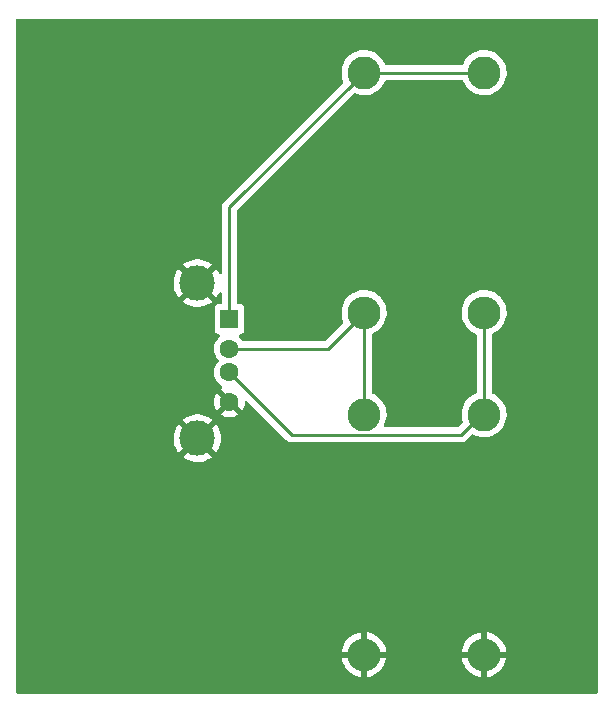
<source format=gbr>
%TF.GenerationSoftware,KiCad,Pcbnew,(6.0.7-1)-1*%
%TF.CreationDate,2022-09-01T10:05:59+09:00*%
%TF.ProjectId,Battery,42617474-6572-4792-9e6b-696361645f70,rev?*%
%TF.SameCoordinates,Original*%
%TF.FileFunction,Copper,L1,Top*%
%TF.FilePolarity,Positive*%
%FSLAX46Y46*%
G04 Gerber Fmt 4.6, Leading zero omitted, Abs format (unit mm)*
G04 Created by KiCad (PCBNEW (6.0.7-1)-1) date 2022-09-01 10:05:59*
%MOMM*%
%LPD*%
G01*
G04 APERTURE LIST*
%TA.AperFunction,ComponentPad*%
%ADD10C,2.800000*%
%TD*%
%TA.AperFunction,ComponentPad*%
%ADD11O,2.800000X2.800000*%
%TD*%
%TA.AperFunction,ComponentPad*%
%ADD12R,1.500000X1.600000*%
%TD*%
%TA.AperFunction,ComponentPad*%
%ADD13C,1.600000*%
%TD*%
%TA.AperFunction,ComponentPad*%
%ADD14C,3.000000*%
%TD*%
%TA.AperFunction,Conductor*%
%ADD15C,0.250000*%
%TD*%
G04 APERTURE END LIST*
D10*
%TO.P,R4,1*%
%TO.N,Net-(J1-Pad3)*%
X189992000Y-118618000D03*
D11*
%TO.P,R4,2*%
%TO.N,GND*%
X189992000Y-138938000D03*
%TD*%
D10*
%TO.P,R3,1*%
%TO.N,+5VP*%
X189992000Y-89662000D03*
D11*
%TO.P,R3,2*%
%TO.N,Net-(J1-Pad3)*%
X189992000Y-109982000D03*
%TD*%
D10*
%TO.P,R2,1*%
%TO.N,Net-(J1-Pad2)*%
X179832000Y-118618000D03*
D11*
%TO.P,R2,2*%
%TO.N,GND*%
X179832000Y-138938000D03*
%TD*%
D10*
%TO.P,R1,1*%
%TO.N,+5VP*%
X179832000Y-89662000D03*
D11*
%TO.P,R1,2*%
%TO.N,Net-(J1-Pad2)*%
X179832000Y-109982000D03*
%TD*%
D12*
%TO.P,J1,1,VBUS*%
%TO.N,+5VP*%
X168428000Y-110546000D03*
D13*
%TO.P,J1,2,D-*%
%TO.N,Net-(J1-Pad2)*%
X168428000Y-113046000D03*
%TO.P,J1,3,D+*%
%TO.N,Net-(J1-Pad3)*%
X168428000Y-115046000D03*
%TO.P,J1,4,GND*%
%TO.N,GND*%
X168428000Y-117546000D03*
D14*
%TO.P,J1,5,Shield*%
X165718000Y-120616000D03*
X165718000Y-107476000D03*
%TD*%
D15*
%TO.N,+5VP*%
X179832000Y-89662000D02*
X189992000Y-89662000D01*
%TO.N,GND*%
X179832000Y-138938000D02*
X189992000Y-138938000D01*
%TO.N,Net-(J1-Pad3)*%
X168428000Y-115046000D02*
X173725000Y-120343000D01*
X173725000Y-120343000D02*
X188013000Y-120343000D01*
X188013000Y-120343000D02*
X189992000Y-118364000D01*
%TO.N,Net-(J1-Pad2)*%
X168428000Y-113046000D02*
X176768000Y-113046000D01*
X176768000Y-113046000D02*
X179832000Y-109982000D01*
X179832000Y-118618000D02*
X179832000Y-109982000D01*
%TO.N,Net-(J1-Pad3)*%
X189992000Y-118364000D02*
X189992000Y-109982000D01*
%TO.N,+5VP*%
X168428000Y-110546000D02*
X168428000Y-101066000D01*
X168428000Y-101066000D02*
X179832000Y-89662000D01*
%TD*%
%TA.AperFunction,Conductor*%
%TO.N,GND*%
G36*
X199585621Y-85110502D02*
G01*
X199632114Y-85164158D01*
X199643500Y-85216500D01*
X199643500Y-142113500D01*
X199623498Y-142181621D01*
X199569842Y-142228114D01*
X199517500Y-142239500D01*
X150494500Y-142239500D01*
X150426379Y-142219498D01*
X150379886Y-142165842D01*
X150368500Y-142113500D01*
X150368500Y-139211018D01*
X177942204Y-139211018D01*
X177978422Y-139409332D01*
X177980631Y-139417934D01*
X178063324Y-139665796D01*
X178066728Y-139674014D01*
X178183520Y-139907752D01*
X178188038Y-139915391D01*
X178336604Y-140130348D01*
X178342157Y-140137279D01*
X178519532Y-140329163D01*
X178525995Y-140335231D01*
X178728631Y-140500203D01*
X178735907Y-140505317D01*
X178959756Y-140640085D01*
X178967670Y-140644118D01*
X179208286Y-140746006D01*
X179216691Y-140748883D01*
X179469266Y-140815853D01*
X179477978Y-140817515D01*
X179560012Y-140827224D01*
X179574431Y-140824782D01*
X179578000Y-140812040D01*
X179578000Y-140811956D01*
X180086000Y-140811956D01*
X180089838Y-140825028D01*
X180104571Y-140826980D01*
X180274162Y-140798752D01*
X180282796Y-140796679D01*
X180531930Y-140717888D01*
X180540192Y-140714617D01*
X180775731Y-140601513D01*
X180783455Y-140597107D01*
X181000712Y-140451941D01*
X181007733Y-140446494D01*
X181202364Y-140272167D01*
X181208549Y-140265786D01*
X181376686Y-140065763D01*
X181381905Y-140058580D01*
X181520171Y-139836876D01*
X181524333Y-139829017D01*
X181629988Y-139590030D01*
X181632994Y-139581680D01*
X181703921Y-139330192D01*
X181705722Y-139321498D01*
X181720561Y-139211018D01*
X188102204Y-139211018D01*
X188138422Y-139409332D01*
X188140631Y-139417934D01*
X188223324Y-139665796D01*
X188226728Y-139674014D01*
X188343520Y-139907752D01*
X188348038Y-139915391D01*
X188496604Y-140130348D01*
X188502157Y-140137279D01*
X188679532Y-140329163D01*
X188685995Y-140335231D01*
X188888631Y-140500203D01*
X188895907Y-140505317D01*
X189119756Y-140640085D01*
X189127670Y-140644118D01*
X189368286Y-140746006D01*
X189376691Y-140748883D01*
X189629266Y-140815853D01*
X189637978Y-140817515D01*
X189720012Y-140827224D01*
X189734431Y-140824782D01*
X189738000Y-140812040D01*
X189738000Y-140811956D01*
X190246000Y-140811956D01*
X190249838Y-140825028D01*
X190264571Y-140826980D01*
X190434162Y-140798752D01*
X190442796Y-140796679D01*
X190691930Y-140717888D01*
X190700192Y-140714617D01*
X190935731Y-140601513D01*
X190943455Y-140597107D01*
X191160712Y-140451941D01*
X191167733Y-140446494D01*
X191362364Y-140272167D01*
X191368549Y-140265786D01*
X191536686Y-140065763D01*
X191541905Y-140058580D01*
X191680171Y-139836876D01*
X191684333Y-139829017D01*
X191789988Y-139590030D01*
X191792994Y-139581680D01*
X191863921Y-139330192D01*
X191865722Y-139321498D01*
X191880704Y-139209955D01*
X191878538Y-139195821D01*
X191865298Y-139192000D01*
X190264115Y-139192000D01*
X190248876Y-139196475D01*
X190247671Y-139197865D01*
X190246000Y-139205548D01*
X190246000Y-140811956D01*
X189738000Y-140811956D01*
X189738000Y-139210115D01*
X189733525Y-139194876D01*
X189732135Y-139193671D01*
X189724452Y-139192000D01*
X188116846Y-139192000D01*
X188104106Y-139195741D01*
X188102204Y-139211018D01*
X181720561Y-139211018D01*
X181720704Y-139209955D01*
X181718538Y-139195821D01*
X181705298Y-139192000D01*
X180104115Y-139192000D01*
X180088876Y-139196475D01*
X180087671Y-139197865D01*
X180086000Y-139205548D01*
X180086000Y-140811956D01*
X179578000Y-140811956D01*
X179578000Y-139210115D01*
X179573525Y-139194876D01*
X179572135Y-139193671D01*
X179564452Y-139192000D01*
X177956846Y-139192000D01*
X177944106Y-139195741D01*
X177942204Y-139211018D01*
X150368500Y-139211018D01*
X150368500Y-138665977D01*
X177941785Y-138665977D01*
X177944513Y-138680676D01*
X177956748Y-138684000D01*
X179559885Y-138684000D01*
X179575124Y-138679525D01*
X179576329Y-138678135D01*
X179578000Y-138670452D01*
X179578000Y-138665885D01*
X180086000Y-138665885D01*
X180090475Y-138681124D01*
X180091865Y-138682329D01*
X180099548Y-138684000D01*
X181708775Y-138684000D01*
X181723718Y-138679612D01*
X181725587Y-138669272D01*
X181725118Y-138665977D01*
X188101785Y-138665977D01*
X188104513Y-138680676D01*
X188116748Y-138684000D01*
X189719885Y-138684000D01*
X189735124Y-138679525D01*
X189736329Y-138678135D01*
X189738000Y-138670452D01*
X189738000Y-138665885D01*
X190246000Y-138665885D01*
X190250475Y-138681124D01*
X190251865Y-138682329D01*
X190259548Y-138684000D01*
X191868775Y-138684000D01*
X191883718Y-138679612D01*
X191885587Y-138669272D01*
X191884855Y-138664126D01*
X191829858Y-138408677D01*
X191827379Y-138400144D01*
X191736941Y-138155002D01*
X191733286Y-138146907D01*
X191609206Y-137916947D01*
X191604447Y-137909449D01*
X191449214Y-137699280D01*
X191443429Y-137692506D01*
X191260137Y-137506313D01*
X191253460Y-137500426D01*
X191045751Y-137341908D01*
X191038322Y-137337028D01*
X190810353Y-137209359D01*
X190802303Y-137205571D01*
X190558617Y-137111295D01*
X190550127Y-137108683D01*
X190295578Y-137049683D01*
X190286801Y-137048293D01*
X190264049Y-137046322D01*
X190249086Y-137049343D01*
X190246000Y-137061065D01*
X190246000Y-138665885D01*
X189738000Y-138665885D01*
X189738000Y-137061160D01*
X189734359Y-137048759D01*
X189718540Y-137046916D01*
X189491607Y-137092055D01*
X189483050Y-137094396D01*
X189236496Y-137180980D01*
X189228362Y-137184500D01*
X188996477Y-137304955D01*
X188988905Y-137309594D01*
X188776309Y-137461517D01*
X188769468Y-137467177D01*
X188580400Y-137647540D01*
X188574422Y-137654109D01*
X188412655Y-137859309D01*
X188407662Y-137866657D01*
X188276420Y-138092605D01*
X188272516Y-138100575D01*
X188174420Y-138342763D01*
X188171676Y-138351207D01*
X188108684Y-138604798D01*
X188107156Y-138613552D01*
X188101785Y-138665977D01*
X181725118Y-138665977D01*
X181724855Y-138664126D01*
X181669858Y-138408677D01*
X181667379Y-138400144D01*
X181576941Y-138155002D01*
X181573286Y-138146907D01*
X181449206Y-137916947D01*
X181444447Y-137909449D01*
X181289214Y-137699280D01*
X181283429Y-137692506D01*
X181100137Y-137506313D01*
X181093460Y-137500426D01*
X180885751Y-137341908D01*
X180878322Y-137337028D01*
X180650353Y-137209359D01*
X180642303Y-137205571D01*
X180398617Y-137111295D01*
X180390127Y-137108683D01*
X180135578Y-137049683D01*
X180126801Y-137048293D01*
X180104049Y-137046322D01*
X180089086Y-137049343D01*
X180086000Y-137061065D01*
X180086000Y-138665885D01*
X179578000Y-138665885D01*
X179578000Y-137061160D01*
X179574359Y-137048759D01*
X179558540Y-137046916D01*
X179331607Y-137092055D01*
X179323050Y-137094396D01*
X179076496Y-137180980D01*
X179068362Y-137184500D01*
X178836477Y-137304955D01*
X178828905Y-137309594D01*
X178616309Y-137461517D01*
X178609468Y-137467177D01*
X178420400Y-137647540D01*
X178414422Y-137654109D01*
X178252655Y-137859309D01*
X178247662Y-137866657D01*
X178116420Y-138092605D01*
X178112516Y-138100575D01*
X178014420Y-138342763D01*
X178011676Y-138351207D01*
X177948684Y-138604798D01*
X177947156Y-138613552D01*
X177941785Y-138665977D01*
X150368500Y-138665977D01*
X150368500Y-122205654D01*
X164493618Y-122205654D01*
X164500673Y-122215627D01*
X164531679Y-122241551D01*
X164538598Y-122246579D01*
X164763272Y-122387515D01*
X164770807Y-122391556D01*
X165012520Y-122500694D01*
X165020551Y-122503680D01*
X165274832Y-122579002D01*
X165283184Y-122580869D01*
X165545340Y-122620984D01*
X165553874Y-122621700D01*
X165819045Y-122625867D01*
X165827596Y-122625418D01*
X166090883Y-122593557D01*
X166099284Y-122591955D01*
X166355824Y-122524653D01*
X166363926Y-122521926D01*
X166608949Y-122420434D01*
X166616617Y-122416628D01*
X166845598Y-122282822D01*
X166852679Y-122278009D01*
X166932655Y-122215301D01*
X166941125Y-122203442D01*
X166934608Y-122191818D01*
X165730812Y-120988022D01*
X165716868Y-120980408D01*
X165715035Y-120980539D01*
X165708420Y-120984790D01*
X164500910Y-122192300D01*
X164493618Y-122205654D01*
X150368500Y-122205654D01*
X150368500Y-120599204D01*
X163705665Y-120599204D01*
X163720932Y-120863969D01*
X163722005Y-120872470D01*
X163773065Y-121132722D01*
X163775276Y-121140974D01*
X163861184Y-121391894D01*
X163864499Y-121399779D01*
X163983664Y-121636713D01*
X163988020Y-121644079D01*
X164117347Y-121832250D01*
X164127601Y-121840594D01*
X164141342Y-121833448D01*
X165345978Y-120628812D01*
X165352356Y-120617132D01*
X166082408Y-120617132D01*
X166082539Y-120618965D01*
X166086790Y-120625580D01*
X167293730Y-121832520D01*
X167305939Y-121839187D01*
X167317439Y-121830497D01*
X167414831Y-121697913D01*
X167419418Y-121690685D01*
X167545962Y-121457621D01*
X167549530Y-121449827D01*
X167643271Y-121201750D01*
X167645748Y-121193544D01*
X167704954Y-120935038D01*
X167706294Y-120926577D01*
X167730031Y-120660616D01*
X167730277Y-120655677D01*
X167730666Y-120618485D01*
X167730523Y-120613519D01*
X167712362Y-120347123D01*
X167711201Y-120338649D01*
X167657419Y-120078944D01*
X167655120Y-120070709D01*
X167566588Y-119820705D01*
X167563191Y-119812854D01*
X167441550Y-119577178D01*
X167437122Y-119569866D01*
X167318031Y-119400417D01*
X167307509Y-119392037D01*
X167294121Y-119399089D01*
X166090022Y-120603188D01*
X166082408Y-120617132D01*
X165352356Y-120617132D01*
X165353592Y-120614868D01*
X165353461Y-120613035D01*
X165349210Y-120606420D01*
X164141814Y-119399024D01*
X164129804Y-119392466D01*
X164118064Y-119401434D01*
X164009935Y-119551911D01*
X164005418Y-119559196D01*
X163881325Y-119793567D01*
X163877839Y-119801395D01*
X163786700Y-120050446D01*
X163784311Y-120058670D01*
X163727812Y-120317795D01*
X163726563Y-120326250D01*
X163705754Y-120590653D01*
X163705665Y-120599204D01*
X150368500Y-120599204D01*
X150368500Y-119028500D01*
X164494584Y-119028500D01*
X164500980Y-119039770D01*
X165705188Y-120243978D01*
X165719132Y-120251592D01*
X165720965Y-120251461D01*
X165727580Y-120247210D01*
X166934604Y-119040186D01*
X166941795Y-119027017D01*
X166934473Y-119016780D01*
X166887233Y-118978115D01*
X166880261Y-118973160D01*
X166654122Y-118834582D01*
X166646552Y-118830624D01*
X166403704Y-118724022D01*
X166395644Y-118721120D01*
X166140592Y-118648467D01*
X166132214Y-118646685D01*
X166029466Y-118632062D01*
X167706493Y-118632062D01*
X167715789Y-118644077D01*
X167766994Y-118679931D01*
X167776489Y-118685414D01*
X167973947Y-118777490D01*
X167984239Y-118781236D01*
X168194688Y-118837625D01*
X168205481Y-118839528D01*
X168422525Y-118858517D01*
X168433475Y-118858517D01*
X168650519Y-118839528D01*
X168661312Y-118837625D01*
X168871761Y-118781236D01*
X168882053Y-118777490D01*
X169079511Y-118685414D01*
X169089006Y-118679931D01*
X169141048Y-118643491D01*
X169149424Y-118633012D01*
X169142356Y-118619566D01*
X168440812Y-117918022D01*
X168426868Y-117910408D01*
X168425035Y-117910539D01*
X168418420Y-117914790D01*
X167712923Y-118620287D01*
X167706493Y-118632062D01*
X166029466Y-118632062D01*
X165869656Y-118609318D01*
X165861111Y-118608691D01*
X165595908Y-118607302D01*
X165587374Y-118607839D01*
X165324433Y-118642456D01*
X165316035Y-118644149D01*
X165060238Y-118714127D01*
X165052143Y-118716946D01*
X164808199Y-118820997D01*
X164800577Y-118824881D01*
X164573013Y-118961075D01*
X164565981Y-118965962D01*
X164503053Y-119016377D01*
X164494584Y-119028500D01*
X150368500Y-119028500D01*
X150368500Y-117551475D01*
X167115483Y-117551475D01*
X167134472Y-117768519D01*
X167136375Y-117779312D01*
X167192764Y-117989761D01*
X167196510Y-118000053D01*
X167288586Y-118197511D01*
X167294069Y-118207006D01*
X167330509Y-118259048D01*
X167340988Y-118267424D01*
X167354434Y-118260356D01*
X168055978Y-117558812D01*
X168063592Y-117544868D01*
X168063461Y-117543035D01*
X168059210Y-117536420D01*
X167353713Y-116830923D01*
X167341938Y-116824493D01*
X167329923Y-116833789D01*
X167294069Y-116884994D01*
X167288586Y-116894489D01*
X167196510Y-117091947D01*
X167192764Y-117102239D01*
X167136375Y-117312688D01*
X167134472Y-117323481D01*
X167115483Y-117540525D01*
X167115483Y-117551475D01*
X150368500Y-117551475D01*
X150368500Y-109065654D01*
X164493618Y-109065654D01*
X164500673Y-109075627D01*
X164531679Y-109101551D01*
X164538598Y-109106579D01*
X164763272Y-109247515D01*
X164770807Y-109251556D01*
X165012520Y-109360694D01*
X165020551Y-109363680D01*
X165274832Y-109439002D01*
X165283184Y-109440869D01*
X165545340Y-109480984D01*
X165553874Y-109481700D01*
X165819045Y-109485867D01*
X165827596Y-109485418D01*
X166090883Y-109453557D01*
X166099284Y-109451955D01*
X166355824Y-109384653D01*
X166363926Y-109381926D01*
X166608949Y-109280434D01*
X166616617Y-109276628D01*
X166845598Y-109142822D01*
X166852679Y-109138009D01*
X166932655Y-109075301D01*
X166941125Y-109063442D01*
X166934608Y-109051818D01*
X165730812Y-107848022D01*
X165716868Y-107840408D01*
X165715035Y-107840539D01*
X165708420Y-107844790D01*
X164500910Y-109052300D01*
X164493618Y-109065654D01*
X150368500Y-109065654D01*
X150368500Y-107459204D01*
X163705665Y-107459204D01*
X163720932Y-107723969D01*
X163722005Y-107732470D01*
X163773065Y-107992722D01*
X163775276Y-108000974D01*
X163861184Y-108251894D01*
X163864499Y-108259779D01*
X163983664Y-108496713D01*
X163988020Y-108504079D01*
X164117347Y-108692250D01*
X164127601Y-108700594D01*
X164141342Y-108693448D01*
X165345978Y-107488812D01*
X165352356Y-107477132D01*
X166082408Y-107477132D01*
X166082539Y-107478965D01*
X166086790Y-107485580D01*
X167293730Y-108692520D01*
X167305939Y-108699187D01*
X167317439Y-108690497D01*
X167414831Y-108557913D01*
X167419418Y-108550685D01*
X167545962Y-108317621D01*
X167549532Y-108309822D01*
X167550634Y-108306907D01*
X167551226Y-108306123D01*
X167551314Y-108305931D01*
X167551356Y-108305950D01*
X167593423Y-108250254D01*
X167660049Y-108225728D01*
X167729358Y-108241116D01*
X167779345Y-108291533D01*
X167794500Y-108351444D01*
X167794500Y-109111500D01*
X167774498Y-109179621D01*
X167720842Y-109226114D01*
X167668500Y-109237500D01*
X167629866Y-109237500D01*
X167567684Y-109244255D01*
X167431295Y-109295385D01*
X167314739Y-109382739D01*
X167227385Y-109499295D01*
X167176255Y-109635684D01*
X167169500Y-109697866D01*
X167169500Y-111394134D01*
X167176255Y-111456316D01*
X167227385Y-111592705D01*
X167314739Y-111709261D01*
X167431295Y-111796615D01*
X167439704Y-111799767D01*
X167439705Y-111799768D01*
X167489362Y-111818383D01*
X167535777Y-111835783D01*
X167592541Y-111878424D01*
X167617241Y-111944985D01*
X167602034Y-112014334D01*
X167580642Y-112042860D01*
X167421802Y-112201700D01*
X167290477Y-112389251D01*
X167288154Y-112394233D01*
X167288151Y-112394238D01*
X167196039Y-112591775D01*
X167193716Y-112596757D01*
X167134457Y-112817913D01*
X167114502Y-113046000D01*
X167134457Y-113274087D01*
X167135881Y-113279400D01*
X167135881Y-113279402D01*
X167188934Y-113477395D01*
X167193716Y-113495243D01*
X167196039Y-113500224D01*
X167196039Y-113500225D01*
X167288151Y-113697762D01*
X167288154Y-113697767D01*
X167290477Y-113702749D01*
X167421802Y-113890300D01*
X167488407Y-113956905D01*
X167522433Y-114019217D01*
X167517368Y-114090032D01*
X167488407Y-114135095D01*
X167421802Y-114201700D01*
X167290477Y-114389251D01*
X167288154Y-114394233D01*
X167288151Y-114394238D01*
X167196039Y-114591775D01*
X167193716Y-114596757D01*
X167134457Y-114817913D01*
X167114502Y-115046000D01*
X167134457Y-115274087D01*
X167135880Y-115279398D01*
X167135881Y-115279402D01*
X167151460Y-115337541D01*
X167193716Y-115495243D01*
X167196039Y-115500224D01*
X167196039Y-115500225D01*
X167288151Y-115697762D01*
X167288154Y-115697767D01*
X167290477Y-115702749D01*
X167421802Y-115890300D01*
X167583700Y-116052198D01*
X167588208Y-116055355D01*
X167588211Y-116055357D01*
X167691876Y-116127944D01*
X167771251Y-116183523D01*
X167776235Y-116185847D01*
X167778528Y-116187171D01*
X167827521Y-116238553D01*
X167840957Y-116308267D01*
X167814571Y-116374178D01*
X167778528Y-116405409D01*
X167766998Y-116412066D01*
X167714952Y-116448509D01*
X167706576Y-116458988D01*
X167713644Y-116472434D01*
X169502287Y-118261077D01*
X169514062Y-118267507D01*
X169526077Y-118258211D01*
X169561931Y-118207006D01*
X169567414Y-118197511D01*
X169659490Y-118000053D01*
X169663236Y-117989761D01*
X169719625Y-117779312D01*
X169721528Y-117768520D01*
X169740865Y-117547498D01*
X169766728Y-117481380D01*
X169824232Y-117439741D01*
X169895119Y-117435800D01*
X169955481Y-117469385D01*
X173221343Y-120735247D01*
X173228887Y-120743537D01*
X173233000Y-120750018D01*
X173238777Y-120755443D01*
X173282667Y-120796658D01*
X173285509Y-120799413D01*
X173305230Y-120819134D01*
X173308425Y-120821612D01*
X173317447Y-120829318D01*
X173349679Y-120859586D01*
X173356628Y-120863406D01*
X173367432Y-120869346D01*
X173383956Y-120880199D01*
X173399959Y-120892613D01*
X173440543Y-120910176D01*
X173451173Y-120915383D01*
X173489940Y-120936695D01*
X173497617Y-120938666D01*
X173497622Y-120938668D01*
X173509558Y-120941732D01*
X173528266Y-120948137D01*
X173546855Y-120956181D01*
X173554683Y-120957421D01*
X173554690Y-120957423D01*
X173590524Y-120963099D01*
X173602144Y-120965505D01*
X173633959Y-120973673D01*
X173644970Y-120976500D01*
X173665224Y-120976500D01*
X173684934Y-120978051D01*
X173704943Y-120981220D01*
X173712835Y-120980474D01*
X173731580Y-120978702D01*
X173748962Y-120977059D01*
X173760819Y-120976500D01*
X187934233Y-120976500D01*
X187945416Y-120977027D01*
X187952909Y-120978702D01*
X187960835Y-120978453D01*
X187960836Y-120978453D01*
X188020986Y-120976562D01*
X188024945Y-120976500D01*
X188052856Y-120976500D01*
X188056791Y-120976003D01*
X188056856Y-120975995D01*
X188068693Y-120975062D01*
X188100951Y-120974048D01*
X188104970Y-120973922D01*
X188112889Y-120973673D01*
X188132343Y-120968021D01*
X188151700Y-120964013D01*
X188163930Y-120962468D01*
X188163931Y-120962468D01*
X188171797Y-120961474D01*
X188179168Y-120958555D01*
X188179170Y-120958555D01*
X188212912Y-120945196D01*
X188224142Y-120941351D01*
X188258983Y-120931229D01*
X188258984Y-120931229D01*
X188266593Y-120929018D01*
X188273412Y-120924985D01*
X188273417Y-120924983D01*
X188284028Y-120918707D01*
X188301776Y-120910012D01*
X188320617Y-120902552D01*
X188340987Y-120887753D01*
X188356387Y-120876564D01*
X188366307Y-120870048D01*
X188397535Y-120851580D01*
X188397538Y-120851578D01*
X188404362Y-120847542D01*
X188418683Y-120833221D01*
X188433717Y-120820380D01*
X188435432Y-120819134D01*
X188450107Y-120808472D01*
X188478298Y-120774395D01*
X188486288Y-120765616D01*
X188932409Y-120319495D01*
X188994721Y-120285469D01*
X189065536Y-120290534D01*
X189086492Y-120300643D01*
X189119531Y-120320534D01*
X189119540Y-120320538D01*
X189123346Y-120322830D01*
X189127439Y-120324563D01*
X189368124Y-120426480D01*
X189368131Y-120426482D01*
X189372225Y-120428216D01*
X189468358Y-120453705D01*
X189629172Y-120496345D01*
X189629177Y-120496346D01*
X189633469Y-120497484D01*
X189637878Y-120498006D01*
X189637884Y-120498007D01*
X189787210Y-120515680D01*
X189901868Y-120529251D01*
X190172064Y-120522883D01*
X190176459Y-120522151D01*
X190176464Y-120522151D01*
X190434267Y-120479241D01*
X190434271Y-120479240D01*
X190438669Y-120478508D01*
X190606959Y-120425285D01*
X190692114Y-120398354D01*
X190692116Y-120398353D01*
X190696360Y-120397011D01*
X190700371Y-120395085D01*
X190700376Y-120395083D01*
X190935979Y-120281948D01*
X190935980Y-120281947D01*
X190939998Y-120280018D01*
X191052977Y-120204528D01*
X191161013Y-120132341D01*
X191161017Y-120132338D01*
X191164721Y-120129863D01*
X191168038Y-120126892D01*
X191168042Y-120126889D01*
X191362729Y-119952512D01*
X191366045Y-119949542D01*
X191539953Y-119742654D01*
X191564634Y-119703080D01*
X191680614Y-119517111D01*
X191680615Y-119517109D01*
X191682975Y-119513325D01*
X191792258Y-119266133D01*
X191865620Y-119006008D01*
X191888237Y-118837625D01*
X191901172Y-118741324D01*
X191901173Y-118741316D01*
X191901599Y-118738142D01*
X191903429Y-118679931D01*
X191905274Y-118621222D01*
X191905274Y-118621217D01*
X191905375Y-118618000D01*
X191886287Y-118348403D01*
X191829402Y-118084185D01*
X191809801Y-118031053D01*
X191737397Y-117834796D01*
X191735856Y-117830619D01*
X191706510Y-117776231D01*
X191609629Y-117596678D01*
X191609629Y-117596677D01*
X191607516Y-117592762D01*
X191446942Y-117375362D01*
X191257338Y-117182756D01*
X191138350Y-117091947D01*
X191046028Y-117021489D01*
X191046024Y-117021487D01*
X191042487Y-117018787D01*
X190806675Y-116886727D01*
X190802196Y-116884994D01*
X190742736Y-116861991D01*
X190706037Y-116847793D01*
X190649723Y-116804561D01*
X190625721Y-116737744D01*
X190625500Y-116730281D01*
X190625500Y-111874307D01*
X190645502Y-111806186D01*
X190696958Y-111760724D01*
X190935979Y-111645948D01*
X190935980Y-111645947D01*
X190939998Y-111644018D01*
X191088768Y-111544613D01*
X191161013Y-111496341D01*
X191161017Y-111496338D01*
X191164721Y-111493863D01*
X191168038Y-111490892D01*
X191168042Y-111490889D01*
X191362729Y-111316512D01*
X191366045Y-111313542D01*
X191539953Y-111106654D01*
X191682975Y-110877325D01*
X191792258Y-110630133D01*
X191865620Y-110370008D01*
X191888946Y-110196343D01*
X191901172Y-110105324D01*
X191901173Y-110105316D01*
X191901599Y-110102142D01*
X191905375Y-109982000D01*
X191886287Y-109712403D01*
X191829402Y-109448185D01*
X191826015Y-109439002D01*
X191737397Y-109198796D01*
X191735856Y-109194619D01*
X191705311Y-109138009D01*
X191609629Y-108960678D01*
X191609629Y-108960677D01*
X191607516Y-108956762D01*
X191446942Y-108739362D01*
X191400565Y-108692250D01*
X191268321Y-108557913D01*
X191257338Y-108546756D01*
X191180556Y-108488158D01*
X191046028Y-108385489D01*
X191046024Y-108385487D01*
X191042487Y-108382787D01*
X190806675Y-108250727D01*
X190554609Y-108153210D01*
X190550284Y-108152207D01*
X190550279Y-108152206D01*
X190444748Y-108127746D01*
X190291318Y-108092182D01*
X190022054Y-108068861D01*
X190017619Y-108069105D01*
X190017615Y-108069105D01*
X189756634Y-108083468D01*
X189756627Y-108083469D01*
X189752191Y-108083713D01*
X189620622Y-108109883D01*
X189491484Y-108135570D01*
X189491479Y-108135571D01*
X189487112Y-108136440D01*
X189482909Y-108137916D01*
X189236315Y-108224513D01*
X189236312Y-108224514D01*
X189232107Y-108225991D01*
X189228154Y-108228044D01*
X189228148Y-108228047D01*
X189105934Y-108291533D01*
X188992264Y-108350580D01*
X188988649Y-108353163D01*
X188988643Y-108353167D01*
X188775990Y-108505131D01*
X188775986Y-108505134D01*
X188772369Y-108507719D01*
X188576808Y-108694275D01*
X188409485Y-108906524D01*
X188407253Y-108910366D01*
X188407250Y-108910371D01*
X188275974Y-109136377D01*
X188275971Y-109136384D01*
X188273736Y-109140231D01*
X188272062Y-109144364D01*
X188210893Y-109295385D01*
X188172272Y-109390735D01*
X188171201Y-109395048D01*
X188171199Y-109395053D01*
X188108189Y-109648714D01*
X188107116Y-109653035D01*
X188106662Y-109657463D01*
X188106662Y-109657465D01*
X188080023Y-109917467D01*
X188079569Y-109921899D01*
X188090180Y-110191963D01*
X188138737Y-110457837D01*
X188224272Y-110714217D01*
X188345078Y-110955987D01*
X188347607Y-110959646D01*
X188451563Y-111110058D01*
X188498744Y-111178324D01*
X188682205Y-111376790D01*
X188685659Y-111379602D01*
X188685660Y-111379603D01*
X188703509Y-111394134D01*
X188891799Y-111547427D01*
X188895617Y-111549726D01*
X188895619Y-111549727D01*
X188967005Y-111592705D01*
X189123346Y-111686830D01*
X189127448Y-111688567D01*
X189281630Y-111753854D01*
X189336560Y-111798835D01*
X189358500Y-111869881D01*
X189358500Y-116728309D01*
X189338498Y-116796430D01*
X189284842Y-116842923D01*
X189274248Y-116847192D01*
X189232107Y-116861991D01*
X188992264Y-116986580D01*
X188988649Y-116989163D01*
X188988643Y-116989167D01*
X188775990Y-117141131D01*
X188775986Y-117141134D01*
X188772369Y-117143719D01*
X188576808Y-117330275D01*
X188409485Y-117542524D01*
X188407253Y-117546366D01*
X188407250Y-117546371D01*
X188275974Y-117772377D01*
X188275971Y-117772384D01*
X188273736Y-117776231D01*
X188172272Y-118026735D01*
X188171201Y-118031048D01*
X188171199Y-118031053D01*
X188108189Y-118284714D01*
X188107116Y-118289035D01*
X188106662Y-118293463D01*
X188106662Y-118293465D01*
X188080023Y-118553467D01*
X188079569Y-118557899D01*
X188090180Y-118827963D01*
X188090980Y-118832343D01*
X188117603Y-118978115D01*
X188138737Y-119093837D01*
X188140146Y-119098060D01*
X188171003Y-119190550D01*
X188173587Y-119261499D01*
X188140574Y-119319522D01*
X187787499Y-119672596D01*
X187725187Y-119706621D01*
X187698404Y-119709500D01*
X181627705Y-119709500D01*
X181559584Y-119689498D01*
X181513091Y-119635842D01*
X181502987Y-119565568D01*
X181519135Y-119521357D01*
X181518534Y-119521039D01*
X181520614Y-119517110D01*
X181522975Y-119513325D01*
X181632258Y-119266133D01*
X181705620Y-119006008D01*
X181728237Y-118837625D01*
X181741172Y-118741324D01*
X181741173Y-118741316D01*
X181741599Y-118738142D01*
X181743429Y-118679931D01*
X181745274Y-118621222D01*
X181745274Y-118621217D01*
X181745375Y-118618000D01*
X181726287Y-118348403D01*
X181669402Y-118084185D01*
X181649801Y-118031053D01*
X181577397Y-117834796D01*
X181575856Y-117830619D01*
X181546510Y-117776231D01*
X181449629Y-117596678D01*
X181449629Y-117596677D01*
X181447516Y-117592762D01*
X181286942Y-117375362D01*
X181097338Y-117182756D01*
X180978350Y-117091947D01*
X180886028Y-117021489D01*
X180886024Y-117021487D01*
X180882487Y-117018787D01*
X180646675Y-116886727D01*
X180642196Y-116884994D01*
X180582736Y-116861991D01*
X180546037Y-116847793D01*
X180489723Y-116804561D01*
X180465721Y-116737744D01*
X180465500Y-116730281D01*
X180465500Y-111874307D01*
X180485502Y-111806186D01*
X180536958Y-111760724D01*
X180775979Y-111645948D01*
X180775980Y-111645947D01*
X180779998Y-111644018D01*
X180928768Y-111544613D01*
X181001013Y-111496341D01*
X181001017Y-111496338D01*
X181004721Y-111493863D01*
X181008038Y-111490892D01*
X181008042Y-111490889D01*
X181202729Y-111316512D01*
X181206045Y-111313542D01*
X181379953Y-111106654D01*
X181522975Y-110877325D01*
X181632258Y-110630133D01*
X181705620Y-110370008D01*
X181728946Y-110196343D01*
X181741172Y-110105324D01*
X181741173Y-110105316D01*
X181741599Y-110102142D01*
X181745375Y-109982000D01*
X181726287Y-109712403D01*
X181669402Y-109448185D01*
X181666015Y-109439002D01*
X181577397Y-109198796D01*
X181575856Y-109194619D01*
X181545311Y-109138009D01*
X181449629Y-108960678D01*
X181449629Y-108960677D01*
X181447516Y-108956762D01*
X181286942Y-108739362D01*
X181240565Y-108692250D01*
X181108321Y-108557913D01*
X181097338Y-108546756D01*
X181020556Y-108488158D01*
X180886028Y-108385489D01*
X180886024Y-108385487D01*
X180882487Y-108382787D01*
X180646675Y-108250727D01*
X180394609Y-108153210D01*
X180390284Y-108152207D01*
X180390279Y-108152206D01*
X180284748Y-108127746D01*
X180131318Y-108092182D01*
X179862054Y-108068861D01*
X179857619Y-108069105D01*
X179857615Y-108069105D01*
X179596634Y-108083468D01*
X179596627Y-108083469D01*
X179592191Y-108083713D01*
X179460622Y-108109883D01*
X179331484Y-108135570D01*
X179331479Y-108135571D01*
X179327112Y-108136440D01*
X179322909Y-108137916D01*
X179076315Y-108224513D01*
X179076312Y-108224514D01*
X179072107Y-108225991D01*
X179068154Y-108228044D01*
X179068148Y-108228047D01*
X178945934Y-108291533D01*
X178832264Y-108350580D01*
X178828649Y-108353163D01*
X178828643Y-108353167D01*
X178615990Y-108505131D01*
X178615986Y-108505134D01*
X178612369Y-108507719D01*
X178416808Y-108694275D01*
X178249485Y-108906524D01*
X178247253Y-108910366D01*
X178247250Y-108910371D01*
X178115974Y-109136377D01*
X178115971Y-109136384D01*
X178113736Y-109140231D01*
X178112062Y-109144364D01*
X178050893Y-109295385D01*
X178012272Y-109390735D01*
X178011201Y-109395048D01*
X178011199Y-109395053D01*
X177948189Y-109648714D01*
X177947116Y-109653035D01*
X177946662Y-109657463D01*
X177946662Y-109657465D01*
X177920023Y-109917467D01*
X177919569Y-109921899D01*
X177930180Y-110191963D01*
X177978737Y-110457837D01*
X178064272Y-110714217D01*
X178066264Y-110718204D01*
X178066265Y-110718206D01*
X178070206Y-110726093D01*
X178082761Y-110795971D01*
X178055545Y-110861544D01*
X178046588Y-110871507D01*
X176542500Y-112375595D01*
X176480188Y-112409621D01*
X176453405Y-112412500D01*
X169647394Y-112412500D01*
X169579273Y-112392498D01*
X169544181Y-112358771D01*
X169437357Y-112206211D01*
X169437355Y-112206208D01*
X169434198Y-112201700D01*
X169275358Y-112042860D01*
X169241332Y-111980548D01*
X169246397Y-111909733D01*
X169288944Y-111852897D01*
X169320223Y-111835784D01*
X169366638Y-111818383D01*
X169416295Y-111799768D01*
X169416296Y-111799767D01*
X169424705Y-111796615D01*
X169541261Y-111709261D01*
X169628615Y-111592705D01*
X169679745Y-111456316D01*
X169686500Y-111394134D01*
X169686500Y-109697866D01*
X169679745Y-109635684D01*
X169628615Y-109499295D01*
X169541261Y-109382739D01*
X169424705Y-109295385D01*
X169288316Y-109244255D01*
X169226134Y-109237500D01*
X169187500Y-109237500D01*
X169119379Y-109217498D01*
X169072886Y-109163842D01*
X169061500Y-109111500D01*
X169061500Y-101380594D01*
X169081502Y-101312473D01*
X169098405Y-101291499D01*
X178945267Y-91444637D01*
X179007579Y-91410611D01*
X179083491Y-91417705D01*
X179212225Y-91472216D01*
X179353307Y-91509623D01*
X179469172Y-91540345D01*
X179469177Y-91540346D01*
X179473469Y-91541484D01*
X179477878Y-91542006D01*
X179477884Y-91542007D01*
X179627210Y-91559680D01*
X179741868Y-91573251D01*
X180012064Y-91566883D01*
X180016459Y-91566151D01*
X180016464Y-91566151D01*
X180274267Y-91523241D01*
X180274271Y-91523240D01*
X180278669Y-91522508D01*
X180524895Y-91444637D01*
X180532114Y-91442354D01*
X180532116Y-91442353D01*
X180536360Y-91441011D01*
X180540371Y-91439085D01*
X180540376Y-91439083D01*
X180775979Y-91325948D01*
X180775980Y-91325947D01*
X180779998Y-91324018D01*
X180928768Y-91224613D01*
X181001013Y-91176341D01*
X181001017Y-91176338D01*
X181004721Y-91173863D01*
X181008038Y-91170892D01*
X181008042Y-91170889D01*
X181202729Y-90996512D01*
X181206045Y-90993542D01*
X181379953Y-90786654D01*
X181522975Y-90557325D01*
X181558942Y-90475971D01*
X181605547Y-90370552D01*
X181651385Y-90316337D01*
X181720787Y-90295500D01*
X188100547Y-90295500D01*
X188168668Y-90315502D01*
X188215161Y-90369158D01*
X188220067Y-90381614D01*
X188224272Y-90394217D01*
X188345078Y-90635987D01*
X188347607Y-90639646D01*
X188451563Y-90790058D01*
X188498744Y-90858324D01*
X188682205Y-91056790D01*
X188891799Y-91227427D01*
X189123346Y-91366830D01*
X189127441Y-91368564D01*
X189127443Y-91368565D01*
X189368124Y-91470480D01*
X189368131Y-91470482D01*
X189372225Y-91472216D01*
X189468358Y-91497705D01*
X189629172Y-91540345D01*
X189629177Y-91540346D01*
X189633469Y-91541484D01*
X189637878Y-91542006D01*
X189637884Y-91542007D01*
X189787210Y-91559680D01*
X189901868Y-91573251D01*
X190172064Y-91566883D01*
X190176459Y-91566151D01*
X190176464Y-91566151D01*
X190434267Y-91523241D01*
X190434271Y-91523240D01*
X190438669Y-91522508D01*
X190684895Y-91444637D01*
X190692114Y-91442354D01*
X190692116Y-91442353D01*
X190696360Y-91441011D01*
X190700371Y-91439085D01*
X190700376Y-91439083D01*
X190935979Y-91325948D01*
X190935980Y-91325947D01*
X190939998Y-91324018D01*
X191088768Y-91224613D01*
X191161013Y-91176341D01*
X191161017Y-91176338D01*
X191164721Y-91173863D01*
X191168038Y-91170892D01*
X191168042Y-91170889D01*
X191362729Y-90996512D01*
X191366045Y-90993542D01*
X191539953Y-90786654D01*
X191682975Y-90557325D01*
X191792258Y-90310133D01*
X191865620Y-90050008D01*
X191888946Y-89876343D01*
X191901172Y-89785324D01*
X191901173Y-89785316D01*
X191901599Y-89782142D01*
X191905375Y-89662000D01*
X191886287Y-89392403D01*
X191829402Y-89128185D01*
X191809801Y-89075053D01*
X191737397Y-88878796D01*
X191735856Y-88874619D01*
X191706510Y-88820231D01*
X191609629Y-88640678D01*
X191609629Y-88640677D01*
X191607516Y-88636762D01*
X191446942Y-88419362D01*
X191257338Y-88226756D01*
X191180556Y-88168158D01*
X191046028Y-88065489D01*
X191046024Y-88065487D01*
X191042487Y-88062787D01*
X190806675Y-87930727D01*
X190554609Y-87833210D01*
X190550284Y-87832207D01*
X190550279Y-87832206D01*
X190444748Y-87807746D01*
X190291318Y-87772182D01*
X190022054Y-87748861D01*
X190017619Y-87749105D01*
X190017615Y-87749105D01*
X189756634Y-87763468D01*
X189756627Y-87763469D01*
X189752191Y-87763713D01*
X189620622Y-87789883D01*
X189491484Y-87815570D01*
X189491479Y-87815571D01*
X189487112Y-87816440D01*
X189482909Y-87817916D01*
X189236315Y-87904513D01*
X189236312Y-87904514D01*
X189232107Y-87905991D01*
X189228154Y-87908044D01*
X189228148Y-87908047D01*
X189184488Y-87930727D01*
X188992264Y-88030580D01*
X188988649Y-88033163D01*
X188988643Y-88033167D01*
X188775990Y-88185131D01*
X188775986Y-88185134D01*
X188772369Y-88187719D01*
X188576808Y-88374275D01*
X188409485Y-88586524D01*
X188407253Y-88590366D01*
X188407250Y-88590371D01*
X188275974Y-88816377D01*
X188275971Y-88816384D01*
X188273736Y-88820231D01*
X188272062Y-88824364D01*
X188221255Y-88949802D01*
X188177143Y-89005431D01*
X188104471Y-89028500D01*
X181720443Y-89028500D01*
X181652322Y-89008498D01*
X181605829Y-88954842D01*
X181602231Y-88946111D01*
X181577397Y-88878796D01*
X181575856Y-88874619D01*
X181546510Y-88820231D01*
X181449629Y-88640678D01*
X181449629Y-88640677D01*
X181447516Y-88636762D01*
X181286942Y-88419362D01*
X181097338Y-88226756D01*
X181020556Y-88168158D01*
X180886028Y-88065489D01*
X180886024Y-88065487D01*
X180882487Y-88062787D01*
X180646675Y-87930727D01*
X180394609Y-87833210D01*
X180390284Y-87832207D01*
X180390279Y-87832206D01*
X180284748Y-87807746D01*
X180131318Y-87772182D01*
X179862054Y-87748861D01*
X179857619Y-87749105D01*
X179857615Y-87749105D01*
X179596634Y-87763468D01*
X179596627Y-87763469D01*
X179592191Y-87763713D01*
X179460622Y-87789883D01*
X179331484Y-87815570D01*
X179331479Y-87815571D01*
X179327112Y-87816440D01*
X179322909Y-87817916D01*
X179076315Y-87904513D01*
X179076312Y-87904514D01*
X179072107Y-87905991D01*
X179068154Y-87908044D01*
X179068148Y-87908047D01*
X179024488Y-87930727D01*
X178832264Y-88030580D01*
X178828649Y-88033163D01*
X178828643Y-88033167D01*
X178615990Y-88185131D01*
X178615986Y-88185134D01*
X178612369Y-88187719D01*
X178416808Y-88374275D01*
X178249485Y-88586524D01*
X178247253Y-88590366D01*
X178247250Y-88590371D01*
X178115974Y-88816377D01*
X178115971Y-88816384D01*
X178113736Y-88820231D01*
X178012272Y-89070735D01*
X178011201Y-89075048D01*
X178011199Y-89075053D01*
X177998001Y-89128185D01*
X177947116Y-89333035D01*
X177946662Y-89337463D01*
X177946662Y-89337465D01*
X177920023Y-89597467D01*
X177919569Y-89601899D01*
X177930180Y-89871963D01*
X177978737Y-90137837D01*
X178064272Y-90394217D01*
X178066262Y-90398199D01*
X178066265Y-90398206D01*
X178070206Y-90406093D01*
X178082761Y-90475971D01*
X178055545Y-90541544D01*
X178046588Y-90551507D01*
X168035747Y-100562348D01*
X168027461Y-100569888D01*
X168020982Y-100574000D01*
X168015557Y-100579777D01*
X167974357Y-100623651D01*
X167971602Y-100626493D01*
X167951865Y-100646230D01*
X167949385Y-100649427D01*
X167941682Y-100658447D01*
X167911414Y-100690679D01*
X167907595Y-100697625D01*
X167907593Y-100697628D01*
X167901652Y-100708434D01*
X167890801Y-100724953D01*
X167878386Y-100740959D01*
X167875241Y-100748228D01*
X167875238Y-100748232D01*
X167860826Y-100781537D01*
X167855609Y-100792187D01*
X167834305Y-100830940D01*
X167832334Y-100838615D01*
X167832334Y-100838616D01*
X167829267Y-100850562D01*
X167822863Y-100869266D01*
X167814819Y-100887855D01*
X167813580Y-100895678D01*
X167813577Y-100895688D01*
X167807901Y-100931524D01*
X167805495Y-100943144D01*
X167794500Y-100985970D01*
X167794500Y-101006224D01*
X167792949Y-101025934D01*
X167789780Y-101045943D01*
X167790526Y-101053835D01*
X167793941Y-101089961D01*
X167794500Y-101101819D01*
X167794500Y-106602167D01*
X167774498Y-106670288D01*
X167720842Y-106716781D01*
X167650568Y-106726885D01*
X167585988Y-106697391D01*
X167556534Y-106659957D01*
X167441550Y-106437178D01*
X167437122Y-106429866D01*
X167318031Y-106260417D01*
X167307509Y-106252037D01*
X167294121Y-106259089D01*
X166090022Y-107463188D01*
X166082408Y-107477132D01*
X165352356Y-107477132D01*
X165353592Y-107474868D01*
X165353461Y-107473035D01*
X165349210Y-107466420D01*
X164141814Y-106259024D01*
X164129804Y-106252466D01*
X164118064Y-106261434D01*
X164009935Y-106411911D01*
X164005418Y-106419196D01*
X163881325Y-106653567D01*
X163877839Y-106661395D01*
X163786700Y-106910446D01*
X163784311Y-106918670D01*
X163727812Y-107177795D01*
X163726563Y-107186250D01*
X163705754Y-107450653D01*
X163705665Y-107459204D01*
X150368500Y-107459204D01*
X150368500Y-105888500D01*
X164494584Y-105888500D01*
X164500980Y-105899770D01*
X165705188Y-107103978D01*
X165719132Y-107111592D01*
X165720965Y-107111461D01*
X165727580Y-107107210D01*
X166934604Y-105900186D01*
X166941795Y-105887017D01*
X166934473Y-105876780D01*
X166887233Y-105838115D01*
X166880261Y-105833160D01*
X166654122Y-105694582D01*
X166646552Y-105690624D01*
X166403704Y-105584022D01*
X166395644Y-105581120D01*
X166140592Y-105508467D01*
X166132214Y-105506685D01*
X165869656Y-105469318D01*
X165861111Y-105468691D01*
X165595908Y-105467302D01*
X165587374Y-105467839D01*
X165324433Y-105502456D01*
X165316035Y-105504149D01*
X165060238Y-105574127D01*
X165052143Y-105576946D01*
X164808199Y-105680997D01*
X164800577Y-105684881D01*
X164573013Y-105821075D01*
X164565981Y-105825962D01*
X164503053Y-105876377D01*
X164494584Y-105888500D01*
X150368500Y-105888500D01*
X150368500Y-85216500D01*
X150388502Y-85148379D01*
X150442158Y-85101886D01*
X150494500Y-85090500D01*
X199517500Y-85090500D01*
X199585621Y-85110502D01*
G37*
%TD.AperFunction*%
%TD*%
M02*

</source>
